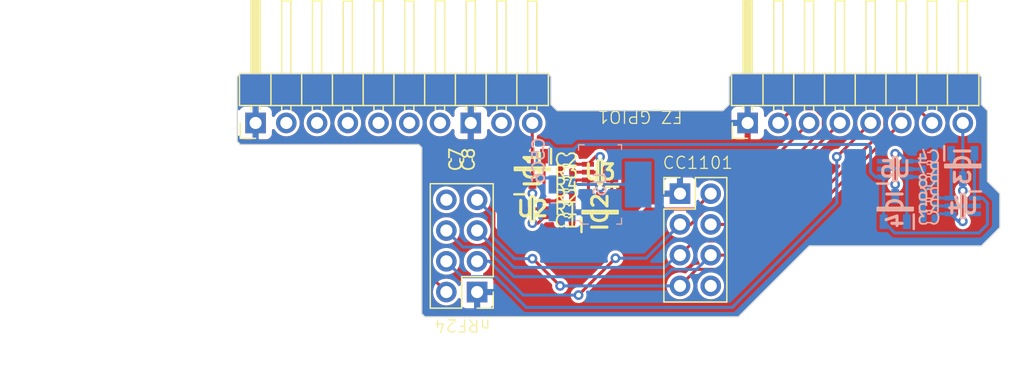
<source format=kicad_pcb>
(kicad_pcb (version 20221018) (generator pcbnew)
  (layers (0 "F.Cu" signal) (31 "B.Cu" signal) (34 "B.Paste" user) (35 "F.Paste" user) (36 "B.SilkS" user "B.Silkscreen") (37 "F.SilkS" user "F.Silkscreen") (38 "B.Mask" user) (39 "F.Mask" user) (44 "Edge.Cuts" user))
  (net 0 "")
  (net 1 "/Power Supply/+3v3 IN")
  (net 2 "GND")
  (net 3 "/Power Supply/+3v3 LDO")
  (net 4 "/Power Supply/+5v IN")
  (net 5 "/Power Supply/+5v USB")
  (net 6 "Net-(IC1-G)")
  (net 7 "Net-(IC2-G)")
  (net 8 "Net-(IC3-G)")
  (net 9 "Net-(IC4-G)")
  (net 10 "Net-(U2-B1)")
  (net 11 "Net-(U3-B1)")
  (net 12 "Net-(U4-B1)")
  (net 13 "Net-(U5-B1)")
  (net 14 "/FlipperZero_GPIO/LPUART1_RX")
  (net 15 "/FlipperZero_GPIO/LPUART1_TX")
  (net 16 "/SPI Modules/CE")
  (net 17 "/SPI Modules/CS1")
  (net 18 "/SPI Modules/SCK")
  (net 19 "/SPI Modules/MOSI")
  (net 20 "/SPI Modules/MISO")
  (net 22 "/SPI Modules/CS0")
  (net 23 "/FlipperZero_GPIO/SWCLK")
  (net 24 "/FlipperZero_GPIO/SWDIO")
  (net 25 "/FlipperZero_GPIO/USART1_TX")
  (net 26 "/FlipperZero_GPIO/USART1_RX")
  (net 29 "Net-(IC2-S)")
  (net 30 "/+3v3")
  (net 31 "/+5v")
  (footprint "Project_Library:CC1101" (layer "F.Cu") (at 126.492 56.642 180)
    (fp_text reference "CC1101" (at -1.471 2.549 unlocked) (layer "F.SilkS") (effects (font (thickness 0.1))))
    (fp_text value "~" hide)
    (pad "1" thru_hole rect (at 0 0 180) (size 1.7 1.7) (drill 1) (layers "*.Cu" "*.Mask") (net 2 "GND"))
    (pad "2" thru_hole oval (at -2.54 0 180) (size 1.7 1.7) (drill 1) (layers "*.Cu" "*.Mask") (net 30 "/+3v3"))
    (pad "3" thru_hole oval (at 0 -2.54 180) (size 1.7 1.7) (drill 1) (layers "*.Cu" "*.Mask") (net 16 "/SPI Modules/CE"))
    (pad "4" thru_hole oval (at -2.54 -2.54 180) (size 1.7 1.7) (drill 1) (layers "*.Cu" "*.Mask") (net 17 "/SPI Modules/CS1"))
    (pad "5" thru_hole oval (at 0 -5.08 180) (size 1.7 1.7) (drill 1) (layers "*.Cu" "*.Mask") (net 18 "/SPI Modules/SCK"))
    (pad "6" thru_hole oval (at -2.54 -5.08 180) (size 1.7 1.7) (drill 1) (layers "*.Cu" "*.Mask") (net 19 "/SPI Modules/MOSI"))
    (pad "7" thru_hole oval (at 0 -7.62 180) (size 1.7 1.7) (drill 1) (layers "*.Cu" "*.Mask") (net 20 "/SPI Modules/MISO"))
    (pad "8" thru_hole oval (at -2.54 -7.62 180) (size 1.7 1.7) (drill 1) (layers "*.Cu" "*.Mask"))
  )
  (footprint "Capacitor_SMD:C_0402_1005Metric" (layer "F.Cu") (at 117.094 58.909)
    (fp_text reference "C1" (at 0 0) (layer "F.SilkS"))
    (fp_text value "100nF")
    (pad "1" smd roundrect (at -0.48 0) (size 0.56 0.62) (layers "F.Cu" "F.Paste" "F.Mask") (net 1 "/Power Supply/+3v3 IN"))
    (pad "2" smd roundrect (at 0.48 0) (size 0.56 0.62) (layers "F.Cu" "F.Paste" "F.Mask") (net 2 "GND"))
  )
  (footprint "MouserElectronics:SOT96P240X120-3N" (layer "F.Cu") (at 119.888 58.166 90)
    (fp_text reference "IC2" (at 0 0 90) (layer "F.SilkS") (effects (font (size 1.27 1.27) (thickness 0.254))))
    (fp_text value "DMP1045U-7" hide)
    (pad "1" smd rect (at -1.05 -0.96 180) (size 0.65 1.2) (layers "F.Cu" "F.Paste" "F.Mask") (net 7 "Net-(IC2-G)"))
    (pad "2" smd rect (at -1.05 0.96 180) (size 0.65 1.2) (layers "F.Cu" "F.Paste" "F.Mask") (net 29 "Net-(IC2-S)"))
    (pad "3" smd rect (at 1.05 0 180) (size 0.65 1.2) (layers "F.Cu" "F.Paste" "F.Mask") (net 3 "/Power Supply/+3v3 LDO"))
  )
  (footprint "Project_Library:nRF24" (layer "F.Cu") (at 109.728 64.77)
    (fp_text reference "nRF24" (at -1.217 2.76 180 unlocked) (layer "F.SilkS") (effects (font (thickness 0.1))))
    (fp_text value "~" hide)
    (pad "1" thru_hole rect (at 0 0) (size 1.7 1.7) (drill 1) (layers "*.Cu" "*.Mask") (net 2 "GND"))
    (pad "2" thru_hole oval (at -2.54 0) (size 1.7 1.7) (drill 1) (layers "*.Cu" "*.Mask") (net 30 "/+3v3"))
    (pad "3" thru_hole oval (at 0 -2.54) (size 1.7 1.7) (drill 1) (layers "*.Cu" "*.Mask") (net 16 "/SPI Modules/CE"))
    (pad "4" thru_hole oval (at -2.54 -2.54) (size 1.7 1.7) (drill 1) (layers "*.Cu" "*.Mask") (net 22 "/SPI Modules/CS0"))
    (pad "5" thru_hole oval (at 0 -5.08) (size 1.7 1.7) (drill 1) (layers "*.Cu" "*.Mask") (net 18 "/SPI Modules/SCK"))
    (pad "6" thru_hole oval (at -2.54 -5.08) (size 1.7 1.7) (drill 1) (layers "*.Cu" "*.Mask") (net 19 "/SPI Modules/MOSI"))
    (pad "7" thru_hole oval (at 0 -7.62) (size 1.7 1.7) (drill 1) (layers "*.Cu" "*.Mask") (net 20 "/SPI Modules/MISO"))
    (pad "8" thru_hole oval (at -2.54 -7.62) (size 1.7 1.7) (drill 1) (layers "*.Cu" "*.Mask"))
  )
  (footprint "MouserElectronics:SOT96P240X120-3N" (layer "F.Cu") (at 114.3 54.591 -90)
    (fp_text reference "IC1" (at 0 0 90) (layer "F.SilkS") (effects (font (size 1.27 1.27) (thickness 0.254))))
    (fp_text value "DMP1045U-7" hide)
    (pad "1" smd rect (at -1.05 -0.96) (size 0.65 1.2) (layers "F.Cu" "F.Paste" "F.Mask") (net 6 "Net-(IC1-G)"))
    (pad "2" smd rect (at -1.05 0.96) (size 0.65 1.2) (layers "F.Cu" "F.Paste" "F.Mask") (net 30 "/+3v3"))
    (pad "3" smd rect (at 1.05 0) (size 0.65 1.2) (layers "F.Cu" "F.Paste" "F.Mask") (net 1 "/Power Supply/+3v3 IN"))
  )
  (footprint "Resistor_SMD:R_0402_1005Metric" (layer "F.Cu") (at 117.094 54.864 180)
    (fp_text reference "R3" (at 0 0) (layer "F.SilkS"))
    (fp_text value "100k")
    (pad "1" smd roundrect (at -0.51 0 180) (size 0.54 0.64) (layers "F.Cu" "F.Paste" "F.Mask") (net 11 "Net-(U3-B1)"))
    (pad "2" smd roundrect (at 0.51 0 180) (size 0.54 0.64) (layers "F.Cu" "F.Paste" "F.Mask") (net 2 "GND"))
  )
  (footprint "Capacitor_SMD:C_0402_1005Metric" (layer "F.Cu") (at 117.094 53.848 180)
    (fp_text reference "C2" (at 0 0) (layer "F.SilkS"))
    (fp_text value "100nF")
    (pad "1" smd roundrect (at -0.48 0 180) (size 0.56 0.62) (layers "F.Cu" "F.Paste" "F.Mask") (net 3 "/Power Supply/+3v3 LDO"))
    (pad "2" smd roundrect (at 0.48 0 180) (size 0.56 0.62) (layers "F.Cu" "F.Paste" "F.Mask") (net 2 "GND"))
  )
  (footprint "MouserElectronics:SOT65P210X110-6N" (layer "F.Cu") (at 119.888 54.864 180)
    (fp_text reference "U3" (at 0 0 180) (layer "F.SilkS") (effects (font (size 1.27 1.27) (thickness 0.254))))
    (fp_text value "MMDT2907A-7-F" hide)
    (pad "1" smd rect (at -1 -0.65 270) (size 0.4 1) (layers "F.Cu" "F.Paste" "F.Mask") (net 29 "Net-(IC2-S)"))
    (pad "2" smd rect (at -1 0 270) (size 0.4 1) (layers "F.Cu" "F.Paste" "F.Mask") (net 11 "Net-(U3-B1)"))
    (pad "3" smd rect (at -1 0.65 270) (size 0.4 1) (layers "F.Cu" "F.Paste" "F.Mask") (net 11 "Net-(U3-B1)"))
    (pad "4" smd rect (at 1 0.65 270) (size 0.4 1) (layers "F.Cu" "F.Paste" "F.Mask") (net 3 "/Power Supply/+3v3 LDO"))
    (pad "5" smd rect (at 1 0 270) (size 0.4 1) (layers "F.Cu" "F.Paste" "F.Mask") (net 11 "Net-(U3-B1)"))
    (pad "6" smd rect (at 1 -0.65 270) (size 0.4 1) (layers "F.Cu" "F.Paste" "F.Mask") (net 7 "Net-(IC2-G)"))
  )
  (footprint "Capacitor_SMD:C_0402_1005Metric" (layer "F.Cu") (at 107.95 53.848 90)
    (fp_text reference "C7" (at 0.028 0 90) (layer "F.SilkS"))
    (fp_text value "22uF")
    (pad "1" smd roundrect (at -0.48 0 90) (size 0.56 0.62) (layers "F.Cu" "F.Paste" "F.Mask") (net 30 "/+3v3"))
    (pad "2" smd roundrect (at 0.48 0 90) (size 0.56 0.62) (layers "F.Cu" "F.Paste" "F.Mask") (net 2 "GND"))
  )
  (footprint "MouserElectronics:SOT65P210X110-6N" (layer "F.Cu") (at 114.3 57.893)
    (fp_text reference "U2" (at 0 0) (layer "F.SilkS") (effects (font (size 1.27 1.27) (thickness 0.254))))
    (fp_text value "MMDT2907A-7-F" hide)
    (pad "1" smd rect (at -1 -0.65 90) (size 0.4 1) (layers "F.Cu" "F.Paste" "F.Mask") (net 30 "/+3v3"))
    (pad "2" smd rect (at -1 0 90) (size 0.4 1) (layers "F.Cu" "F.Paste" "F.Mask") (net 10 "Net-(U2-B1)"))
    (pad "3" smd rect (at -1 0.65 90) (size 0.4 1) (layers "F.Cu" "F.Paste" "F.Mask") (net 10 "Net-(U2-B1)"))
    (pad "4" smd rect (at 1 0.65 90) (size 0.4 1) (layers "F.Cu" "F.Paste" "F.Mask") (net 1 "/Power Supply/+3v3 IN"))
    (pad "5" smd rect (at 1 0 90) (size 0.4 1) (layers "F.Cu" "F.Paste" "F.Mask") (net 10 "Net-(U2-B1)"))
    (pad "6" smd rect (at 1 -0.65 90) (size 0.4 1) (layers "F.Cu" "F.Paste" "F.Mask") (net 6 "Net-(IC1-G)"))
  )
  (footprint "Capacitor_SMD:C_0402_1005Metric" (layer "F.Cu") (at 108.966 53.848 90)
    (fp_text reference "C8" (at 0.028 0.062 90) (layer "F.SilkS"))
    (fp_text value "100nF")
    (pad "1" smd roundrect (at -0.48 0 90) (size 0.56 0.62) (layers "F.Cu" "F.Paste" "F.Mask") (net 30 "/+3v3"))
    (pad "2" smd roundrect (at 0.48 0 90) (size 0.56 0.62) (layers "F.Cu" "F.Paste" "F.Mask") (net 2 "GND"))
  )
  (footprint "Resistor_SMD:R_0402_1005Metric" (layer "F.Cu") (at 117.094 55.88 180)
    (fp_text reference "R4" (at 0 0) (layer "F.SilkS"))
    (fp_text value "100k")
    (pad "1" smd roundrect (at -0.51 0 180) (size 0.54 0.64) (layers "F.Cu" "F.Paste" "F.Mask") (net 7 "Net-(IC2-G)"))
    (pad "2" smd roundrect (at 0.51 0 180) (size 0.54 0.64) (layers "F.Cu" "F.Paste" "F.Mask") (net 2 "GND"))
  )
  (footprint "Resistor_SMD:R_0402_1005Metric" (layer "F.Cu") (at 117.094 56.877)
    (fp_text reference "R2" (at 0 0) (layer "F.SilkS"))
    (fp_text value "100k")
    (pad "1" smd roundrect (at -0.51 0) (size 0.54 0.64) (layers "F.Cu" "F.Paste" "F.Mask") (net 6 "Net-(IC1-G)"))
    (pad "2" smd roundrect (at 0.51 0) (size 0.54 0.64) (layers "F.Cu" "F.Paste" "F.Mask") (net 2 "GND"))
  )
  (footprint "Resistor_SMD:R_0402_1005Metric" (layer "F.Cu") (at 117.094 57.893)
    (fp_text reference "R1" (at 0 0) (layer "F.SilkS"))
    (fp_text value "100k")
    (pad "1" smd roundrect (at -0.51 0) (size 0.54 0.64) (layers "F.Cu" "F.Paste" "F.Mask") (net 10 "Net-(U2-B1)"))
    (pad "2" smd roundrect (at 0.51 0) (size 0.54 0.64) (layers "F.Cu" "F.Paste" "F.Mask") (net 2 "GND"))
  )
  (footprint "Project_Library:FZ_GPIO" (layer "F.Cu") (at 149.86 50.8)
    (fp_text reference "FZ_GPIO1" (at -26.67 -0.508 180 unlocked) (layer "F.SilkS") (effects (font (thickness 0.1))))
    (fp_text value "~" hide)
    (pad "1" thru_hole oval (at 0 0 90) (size 1.7 1.7) (drill 1) (layers "*.Cu" "*.Mask") (net 4 "/Power Supply/+5v IN"))
    (pad "2" thru_hole oval (at -2.54 0 90) (size 1.7 1.7) (drill 1) (layers "*.Cu" "*.Mask") (net 19 "/SPI Modules/MOSI"))
    (pad "3" thru_hole oval (at -5.08 0 90) (size 1.7 1.7) (drill 1) (layers "*.Cu" "*.Mask") (net 20 "/SPI Modules/MISO"))
    (pad "4" thru_hole oval (at -7.62 0 90) (size 1.7 1.7) (drill 1) (layers "*.Cu" "*.Mask") (net 22 "/SPI Modules/CS0"))
    (pad "5" thru_hole oval (at -10.16 0 90) (size 1.7 1.7) (drill 1) (layers "*.Cu" "*.Mask") (net 18 "/SPI Modules/SCK"))
    (pad "6" thru_hole oval (at -12.7 0 90) (size 1.7 1.7) (drill 1) (layers "*.Cu" "*.Mask") (net 16 "/SPI Modules/CE"))
    (pad "7" thru_hole oval (at -15.24 0 90) (size 1.7 1.7) (drill 1) (layers "*.Cu" "*.Mask") (net 17 "/SPI Modules/CS1"))
    (pad "8" thru_hole rect (at -17.78 0 90) (size 1.7 1.7) (drill 1) (layers "*.Cu" "*.Mask") (net 2 "GND"))
    (pad "9" thru_hole oval (at -35.575 0 90) (size 1.7 1.7) (drill 1) (layers "*.Cu" "*.Mask") (net 1 "/Power Supply/+3v3 IN"))
    (pad "10" thru_hole oval (at -38.115 0 90) (size 1.7 1.7) (drill 1) (layers "*.Cu" "*.Mask") (net 23 "/FlipperZero_GPIO/SWCLK"))
    (pad "11" thru_hole rect (at -40.655 0 90) (size 1.7 1.7) (drill 1) (layers "*.Cu" "*.Mask") (net 2 "GND"))
    (pad "12" thru_hole oval (at -43.195 0 90) (size 1.7 1.7) (drill 1) (layers "*.Cu" "*.Mask") (net 24 "/FlipperZero_GPIO/SWDIO"))
    (pad "13" thru_hole oval (at -45.735 0 90) (size 1.7 1.7) (drill 1) (layers "*.Cu" "*.Mask") (net 25 "/FlipperZero_GPIO/USART1_TX"))
    (pad "14" thru_hole oval (at -48.275 0 90) (size 1.7 1.7) (drill 1) (layers "*.Cu" "*.Mask") (net 26 "/FlipperZero_GPIO/USART1_RX"))
    (pad "15" thru_hole oval (at -50.815 0 90) (size 1.7 1.7) (drill 1) (layers "*.Cu" "*.Mask") (net 15 "/FlipperZero_GPIO/LPUART1_TX"))
    (pad "16" thru_hole oval (at -53.355 0 90) (size 1.7 1.7) (drill 1) (layers "*.Cu" "*.Mask") (net 14 "/FlipperZero_GPIO/LPUART1_RX"))
    (pad "17" thru_hole oval (at -55.895 0 90) (size 1.7 1.7) (drill 1) (layers "*.Cu" "*.Mask"))
    (pad "18" thru_hole rect (at -58.435 0 90) (size 1.7 1.7) (drill 1) (layers "*.Cu" "*.Mask") (net 2 "GND"))
  )
  (footprint "MouserElectronics:SOT65P210X110-6N" (layer "B.Cu") (at 144.272 54.61)
    (fp_text reference "U5" (at 0 0 180) (layer "B.SilkS") (effects (font (size 1.27 1.27) (thickness 0.254)) (justify mirror)))
    (fp_text value "MMDT2907A-7-F" hide)
    (pad "1" smd rect (at -1 0.65 270) (size 0.4 1) (layers "B.Cu" "B.Paste" "B.Mask") (net 31 "/+5v"))
    (pad "2" smd rect (at -1 0 270) (size 0.4 1) (layers "B.Cu" "B.Paste" "B.Mask") (net 13 "Net-(U5-B1)"))
    (pad "3" smd rect (at -1 -0.65 270) (size 0.4 1) (layers "B.Cu" "B.Paste" "B.Mask") (net 13 "Net-(U5-B1)"))
    (pad "4" smd rect (at 1 -0.65 270) (size 0.4 1) (layers "B.Cu" "B.Paste" "B.Mask") (net 5 "/Power Supply/+5v USB"))
    (pad "5" smd rect (at 1 0 270) (size 0.4 1) (layers "B.Cu" "B.Paste" "B.Mask") (net 13 "Net-(U5-B1)"))
    (pad "6" smd rect (at 1 0.65 270) (size 0.4 1) (layers "B.Cu" "B.Paste" "B.Mask") (net 9 "Net-(IC4-G)"))
  )
  (footprint "MouserElectronics:SOT65P210X110-6N" (layer "B.Cu") (at 149.86 57.658 180)
    (fp_text reference "U4" (at 0 0) (layer "B.SilkS") (effects (font (size 1.27 1.27) (thickness 0.254)) (justify mirror)))
    (fp_text value "MMDT2907A-7-F" hide)
    (pad "1" smd rect (at -1 0.65 90) (size 0.4 1) (layers "B.Cu" "B.Paste" "B.Mask") (net 31 "/+5v"))
    (pad "2" smd rect (at -1 0 90) (size 0.4 1) (layers "B.Cu" "B.Paste" "B.Mask") (net 12 "Net-(U4-B1)"))
    (pad "3" smd rect (at -1 -0.65 90) (size 0.4 1) (layers "B.Cu" "B.Paste" "B.Mask") (net 12 "Net-(U4-B1)"))
    (pad "4" smd rect (at 1 -0.65 90) (size 0.4 1) (layers "B.Cu" "B.Paste" "B.Mask") (net 4 "/Power Supply/+5v IN"))
    (pad "5" smd rect (at 1 0 90) (size 0.4 1) (layers "B.Cu" "B.Paste" "B.Mask") (net 12 "Net-(U4-B1)"))
    (pad "6" smd rect (at 1 0.65 90) (size 0.4 1) (layers "B.Cu" "B.Paste" "B.Mask") (net 8 "Net-(IC3-G)"))
  )
  (footprint "MouserElectronics:SOT96P240X120-3N" (layer "B.Cu") (at 149.86 54.356 -90)
    (fp_text reference "IC3" (at 0 0 90) (layer "B.SilkS") (effects (font (size 1.27 1.27) (thickness 0.254)) (justify mirror)))
    (fp_text value "DMP1045U-7" hide)
    (pad "1" smd rect (at -1.05 0.96 180) (size 0.65 1.2) (layers "B.Cu" "B.Paste" "B.Mask") (net 8 "Net-(IC3-G)"))
    (pad "2" smd rect (at -1.05 -0.96 180) (size 0.65 1.2) (layers "B.Cu" "B.Paste" "B.Mask") (net 31 "/+5v"))
    (pad "3" smd rect (at 1.05 0 180) (size 0.65 1.2) (layers "B.Cu" "B.Paste" "B.Mask") (net 4 "/Power Supply/+5v IN"))
  )
  (footprint "Capacitor_SMD:C_0402_1005Metric" (layer "B.Cu") (at 114.808 52.959 -90)
    (fp_text reference "C5" (at 0 0 -270) (layer "B.SilkS") (effects (justify mirror)))
    (fp_text value "10uF")
    (pad "1" smd roundrect (at -0.48 0 270) (size 0.56 0.62) (layers "B.Cu" "B.Paste" "B.Mask") (net 31 "/+5v"))
    (pad "2" smd roundrect (at 0.48 0 270) (size 0.56 0.62) (layers "B.Cu" "B.Paste" "B.Mask") (net 2 "GND"))
  )
  (footprint "Resistor_SMD:R_0402_1005Metric" (layer "B.Cu") (at 147.066 54.61)
    (fp_text reference "R7" (at 0.002 0 -360) (layer "B.SilkS") (effects (justify mirror)))
    (fp_text value "100k")
    (pad "1" smd roundrect (at -0.51 0) (size 0.54 0.64) (layers "B.Cu" "B.Paste" "B.Mask") (net 13 "Net-(U5-B1)"))
    (pad "2" smd roundrect (at 0.51 0) (size 0.54 0.64) (layers "B.Cu" "B.Paste" "B.Mask") (net 2 "GND"))
  )
  (footprint "MouserElectronics:SOT96P240X120-3N" (layer "B.Cu") (at 144.272 57.912 90)
    (fp_text reference "IC4" (at 0 0 270) (layer "B.SilkS") (effects (font (size 1.27 1.27) (thickness 0.254)) (justify mirror)))
    (fp_text value "DMP1045U-7" hide)
    (pad "1" smd rect (at -1.05 0.96) (size 0.65 1.2) (layers "B.Cu" "B.Paste" "B.Mask") (net 9 "Net-(IC4-G)"))
    (pad "2" smd rect (at -1.05 -0.96) (size 0.65 1.2) (layers "B.Cu" "B.Paste" "B.Mask") (net 31 "/+5v"))
    (pad "3" smd rect (at 1.05 0) (size 0.65 1.2) (layers "B.Cu" "B.Paste" "B.Mask") (net 5 "/Power Supply/+5v USB"))
  )
  (footprint "Resistor_SMD:R_0402_1005Metric" (layer "B.Cu") (at 147.066 56.642 180)
    (fp_text reference "R6" (at 0 -0.076) (layer "B.SilkS") (effects (justify mirror)))
    (fp_text value "100k")
    (pad "1" smd roundrect (at -0.51 0 180) (size 0.54 0.64) (layers "B.Cu" "B.Paste" "B.Mask") (net 8 "Net-(IC3-G)"))
    (pad "2" smd roundrect (at 0.51 0 180) (size 0.54 0.64) (layers "B.Cu" "B.Paste" "B.Mask") (net 2 "GND"))
  )
  (footprint "digikey-footprints:SOT-223" (layer "B.Cu") (at 119.888 55.88 90)
    (fp_text reference "U6" (at 0 0 90) (layer "B.SilkS") (effects (justify mirror)))
    (fp_text value "AZ1117CH-3_3TRG1")
    (pad "1" smd rect (at -2.3 -3.15 90) (size 1.5 2.2) (layers "B.Cu" "B.Paste" "B.Mask") (net 2 "GND"))
    (pad "2" smd rect (at 0 -3.15 90) (size 1.5 2.2) (layers "B.Cu" "B.Paste" "B.Mask") (net 3 "/Power Supply/+3v3 LDO"))
    (pad "3" smd rect (at 2.3 -3.15 90) (size 1.5 2.2) (layers "B.Cu" "B.Paste" "B.Mask") (net 31 "/+5v"))
    (pad "4" smd rect (at 0 3.15 90) (size 3.8 2.2) (layers "B.Cu" "B.Paste" "B.Mask") (net 3 "/Power Supply/+3v3 LDO"))
  )
  (footprint "Resistor_SMD:R_0402_1005Metric" (layer "B.Cu") (at 147.066 57.658 180)
    (fp_text reference "R5" (at 0 0) (layer "B.SilkS") (effects (justify mirror)))
    (fp_text value "100k")
    (pad "1" smd roundrect (at -0.51 0 180) (size 0.54 0.64) (layers "B.Cu" "B.Paste" "B.Mask") (net 12 "Net-(U4-B1)"))
    (pad "2" smd roundrect (at 0.51 0 180) (size 0.54 0.64) (layers "B.Cu" "B.Paste" "B.Mask") (net 2 "GND"))
  )
  (footprint "Capacitor_SMD:C_0402_1005Metric" (layer "B.Cu") (at 147.066 58.674 180)
    (fp_text reference "C3" (at 0 0) (layer "B.SilkS") (effects (justify mirror)))
    (fp_text value "100nF")
    (pad "1" smd roundrect (at -0.48 0 180) (size 0.56 0.62) (layers "B.Cu" "B.Paste" "B.Mask") (net 4 "/Power Supply/+5v IN"))
    (pad "2" smd roundrect (at 0.48 0 180) (size 0.56 0.62) (layers "B.Cu" "B.Paste" "B.Mask") (net 2 "GND"))
  )
  (footprint "Resistor_SMD:R_0402_1005Metric" (layer "B.Cu") (at 147.066 55.626)
    (fp_text reference "R8" (at 0.002 0 -360) (layer "B.SilkS") (effects (justify mirror)))
    (fp_text value "100k")
    (pad "1" smd roundrect (at -0.51 0) (size 0.54 0.64) (layers "B.Cu" "B.Paste" "B.Mask") (net 9 "Net-(IC4-G)"))
    (pad "2" smd roundrect (at 0.51 0) (size 0.54 0.64) (layers "B.Cu" "B.Paste" "B.Mask") (net 2 "GND"))
  )
  (footprint "Capacitor_SMD:C_0402_1005Metric" (layer "B.Cu") (at 147.066 53.594)
    (fp_text reference "C4" (at -0.028 0 -360) (layer "B.SilkS") (effects (justify mirror)))
    (fp_text value "100nF")
    (pad "1" smd roundrect (at -0.48 0) (size 0.56 0.62) (layers "B.Cu" "B.Paste" "B.Mask") (net 5 "/Power Supply/+5v USB"))
    (pad "2" smd roundrect (at 0.48 0) (size 0.56 0.62) (layers "B.Cu" "B.Paste" "B.Mask") (net 2 "GND"))
  )
  (footprint "Capacitor_SMD:C_0402_1005Metric" (layer "B.Cu") (at 114.808 54.864 90)
    (fp_text reference "C6" (at 0 0 90) (layer "B.SilkS") (effects (justify mirror)))
    (fp_text value "22uF")
    (pad "1" smd roundrect (at -0.48 0 90) (size 0.56 0.62) (layers "B.Cu" "B.Paste" "B.Mask") (net 3 "/Power Supply/+3v3 LDO"))
    (pad "2" smd roundrect (at 0.48 0 90) (size 0.56 0.62) (layers "B.Cu" "B.Paste" "B.Mask") (net 2 "GND"))
  )
  (gr_poly (pts (xy 90.17 46.736) (xy 89.916 46.99) (xy 89.916 52.324) (xy 90.17 52.578) (xy 104.902 52.578) (xy 105.156 52.832) (xy 105.156 66.548) (xy 105.41 66.802) (xy 131.318 66.802) (xy 137.16 60.96) (xy 151.384 60.96) (xy 152.908 59.436) (xy 152.908 56.642) (xy 151.892 55.626) (xy 151.892 49.784) (xy 151.384 49.276) (xy 151.384 46.99) (xy 151.13 46.736) (xy 130.81 46.736) (xy 130.556 46.99) (xy 130.556 49.276) (xy 130.048 49.784) (xy 116.332 49.784) (xy 115.824 49.276) (xy 115.824 46.99) (xy 115.57 46.736)) (stroke (width 0.1)) (fill none) (layer "Edge.Cuts"))
  (segment (start 114.296943 59.078335) (end 114.764665 59.078335) (width 0.25) (layer "F.Cu") (net 1))
  (segment (start 114.764665 59.078335) (end 115.3 58.543) (width 0.25) (layer "F.Cu") (net 1))
  (segment (start 114.285 50.8) (end 114.285 55.391) (width 0.25) (layer "F.Cu") (net 1))
  (segment (start 114.285 55.391) (end 114.3 55.406) (width 0.25) (layer "F.Cu") (net 1))
  (segment (start 115.3 58.543) (end 116.248 58.543) (width 0.25) (layer "F.Cu") (net 1))
  (segment (start 116.248 58.543) (end 116.614 58.909) (width 0.25) (layer "F.Cu") (net 1))
  (segment (start 114.3 55.641) (end 114.3 56.623) (width 0.25) (layer "F.Cu") (net 1))
  (via (at 114.3 56.623) (size 0.8) (drill 0.4) (layers "F.Cu" "B.Cu") (net 1))
  (via (at 114.296943 59.078335) (size 0.8) (drill 0.4) (layers "F.Cu" "B.Cu") (net 1))
  (segment (start 114.3 59.075278) (end 114.296943 59.078335) (width 0.25) (layer "B.Cu") (net 1))
  (segment (start 114.3 56.623) (end 114.3 59.075278) (width 0.25) (layer "B.Cu") (net 1))
  (segment (start 116.584 53.624) (end 116.614 53.594) (width 0.25) (layer "F.Cu") (net 2))
  (segment (start 117.574 58.909) (end 117.574 56.820538) (width 0.25) (layer "F.Cu") (net 2))
  (segment (start 117.574 56.820538) (end 116.614 55.860538) (width 0.25) (layer "F.Cu") (net 2))
  (segment (start 116.614 55.860538) (end 116.614 53.848) (width 0.25) (layer "F.Cu") (net 2))
  (segment (start 147.546 55.596) (end 147.576 55.626) (width 0.25) (layer "B.Cu") (net 2))
  (segment (start 146.586 58.674) (end 146.586 56.566538) (width 0.25) (layer "B.Cu") (net 2))
  (segment (start 146.556 58.644) (end 146.586 58.674) (width 0.25) (layer "B.Cu") (net 2))
  (segment (start 146.586 56.566538) (end 147.546 55.606538) (width 0.25) (layer "B.Cu") (net 2))
  (segment (start 146.556 56.642) (end 146.56 56.642) (width 0.25) (layer "B.Cu") (net 2))
  (segment (start 147.546 55.606538) (end 147.546 53.594) (width 0.25) (layer "B.Cu") (net 2))
  (segment (start 116.738 60.858) (end 116.84 60.96) (width 0.25) (layer "B.Cu") (net 2))
  (segment (start 119.508 53.594) (end 118.888 54.214) (width 0.25) (layer "F.Cu") (net 3))
  (segment (start 117.94 54.214) (end 117.574 53.848) (width 0.25) (layer "F.Cu") (net 3))
  (segment (start 119.888 57.116) (end 119.888 56.134) (width 0.25) (layer "F.Cu") (net 3))
  (segment (start 119.888 53.594) (end 119.508 53.594) (width 0.25) (layer "F.Cu") (net 3))
  (segment (start 118.888 54.214) (end 117.94 54.214) (width 0.25) (layer "F.Cu") (net 3))
  (via (at 119.888 56.134) (size 0.8) (drill 0.4) (layers "F.Cu" "B.Cu") (net 3))
  (via (at 119.888 53.594) (size 0.8) (drill 0.4) (layers "F.Cu" "B.Cu") (net 3))
  (segment (start 116.738 55.88) (end 119.888 55.88) (width 0.25) (layer "B.Cu") (net 3))
  (segment (start 114.808 55.344) (end 116.202 55.344) (width 0.25) (layer "B.Cu") (net 3))
  (segment (start 116.202 55.344) (end 116.738 55.88) (width 0.25) (layer "B.Cu") (net 3))
  (segment (start 123.038 55.88) (end 119.888 55.88) (width 0.25) (layer "B.Cu") (net 3))
  (segment (start 119.888 56.134) (end 119.888 53.594) (width 0.25) (layer "B.Cu") (net 3))
  (segment (start 149.86 56.388) (end 149.86 58.928) (width 0.25) (layer "F.Cu") (net 4))
  (via (at 149.86 58.928) (size 0.8) (drill 0.4) (layers "F.Cu" "B.Cu") (net 4))
  (via (at 149.86 56.388) (size 0.8) (drill 0.4) (layers "F.Cu" "B.Cu") (net 4))
  (segment (start 148.86 58.308) (end 147.912 58.308) (width 0.25) (layer "B.Cu") (net 4))
  (segment (start 149.86 55.406) (end 149.86 50.8) (width 0.25) (layer "B.Cu") (net 4))
  (segment (start 149.48 58.928) (end 148.86 58.308) (width 0.25) (layer "B.Cu") (net 4))
  (segment (start 149.86 58.928) (end 149.48 58.928) (width 0.25) (layer "B.Cu") (net 4))
  (segment (start 149.86 55.406) (end 149.86 56.388) (width 0.25) (layer "B.Cu") (net 4))
  (segment (start 147.912 58.308) (end 147.546 58.674) (width 0.25) (layer "B.Cu") (net 4))
  (segment (start 144.272 55.88) (end 144.272 53.34) (width 0.25) (layer "F.Cu") (net 5))
  (via (at 144.272 55.88) (size 0.8) (drill 0.4) (layers "F.Cu" "B.Cu") (net 5))
  (via (at 144.272 53.34) (size 0.8) (drill 0.4) (layers "F.Cu" "B.Cu") (net 5))
  (segment (start 144.272 56.862) (end 144.272 55.88) (width 0.25) (layer "B.Cu") (net 5))
  (segment (start 144.272 53.34) (end 144.652 53.34) (width 0.25) (layer "B.Cu") (net 5))
  (segment (start 146.22 53.96) (end 146.586 53.594) (width 0.25) (layer "B.Cu") (net 5))
  (segment (start 144.652 53.34) (end 145.272 53.96) (width 0.25) (layer "B.Cu") (net 5))
  (segment (start 145.272 53.96) (end 146.22 53.96) (width 0.25) (layer "B.Cu") (net 5))
  (segment (start 115.26 53.541) (end 115.26 57.203) (width 0.25) (layer "F.Cu") (net 6))
  (segment (start 115.26 57.203) (end 115.3 57.243) (width 0.25) (layer "F.Cu") (net 6))
  (segment (start 115.3 57.243) (end 116.218 57.243) (width 0.25) (layer "F.Cu") (net 6))
  (segment (start 116.218 57.243) (end 116.584 56.877) (width 0.25) (layer "F.Cu") (net 6))
  (segment (start 118.928 55.554) (end 118.888 55.514) (width 0.25) (layer "F.Cu") (net 7))
  (segment (start 118.928 59.216) (end 118.928 55.554) (width 0.25) (layer "F.Cu") (net 7))
  (segment (start 118.888 55.514) (end 117.97 55.514) (width 0.25) (layer "F.Cu") (net 7))
  (segment (start 117.97 55.514) (end 117.604 55.88) (width 0.25) (layer "F.Cu") (net 7))
  (segment (start 148.86 57.008) (end 147.942 57.008) (width 0.25) (layer "B.Cu") (net 8))
  (segment (start 148.9 56.968) (end 148.86 57.008) (width 0.25) (layer "B.Cu") (net 8))
  (segment (start 148.9 53.306) (end 148.9 56.968) (width 0.25) (layer "B.Cu") (net 8))
  (segment (start 147.942 57.008) (end 147.576 56.642) (width 0.25) (layer "B.Cu") (net 8))
  (segment (start 145.232 58.962) (end 145.232 55.3) (width 0.25) (layer "B.Cu") (net 9))
  (segment (start 145.232 55.3) (end 145.272 55.26) (width 0.25) (layer "B.Cu") (net 9))
  (segment (start 145.272 55.26) (end 146.19 55.26) (width 0.25) (layer "B.Cu") (net 9))
  (segment (start 146.19 55.26) (end 146.556 55.626) (width 0.25) (layer "B.Cu") (net 9))
  (segment (start 114.3 57.893) (end 113.3 57.893) (width 0.25) (layer "F.Cu") (net 10))
  (segment (start 115.3 57.893) (end 114.3 57.893) (width 0.25) (layer "F.Cu") (net 10))
  (segment (start 115.3 57.893) (end 116.584 57.893) (width 0.25) (layer "F.Cu") (net 10))
  (segment (start 113.3 58.543) (end 113.65 58.543) (width 0.25) (layer "F.Cu") (net 10))
  (segment (start 113.65 58.543) (end 114.3 57.893) (width 0.25) (layer "F.Cu") (net 10))
  (segment (start 120.538 54.214) (end 119.888 54.864) (width 0.25) (layer "F.Cu") (net 11))
  (segment (start 119.888 54.864) (end 120.888 54.864) (width 0.25) (layer "F.Cu") (net 11))
  (segment (start 118.888 54.864) (end 119.888 54.864) (width 0.25) (layer "F.Cu") (net 11))
  (segment (start 118.888 54.864) (end 117.604 54.864) (width 0.25) (layer "F.Cu") (net 11))
  (segment (start 148.86 57.658) (end 147.576 57.658) (width 0.25) (layer "B.Cu") (net 12))
  (segment (start 150.86 58.308) (end 150.51 58.308) (width 0.25) (layer "B.Cu") (net 12))
  (segment (start 149.86 57.658) (end 150.86 57.658) (width 0.25) (layer "B.Cu") (net 12))
  (segment (start 148.86 57.658) (end 149.86 57.658) (width 0.25) (layer "B.Cu") (net 12))
  (segment (start 150.51 58.308) (end 149.86 57.658) (width 0.25) (layer "B.Cu") (net 12))
  (segment (start 143.622 53.96) (end 144.272 54.61) (width 0.25) (layer "B.Cu") (net 13))
  (segment (start 145.272 54.61) (end 146.556 54.61) (width 0.25) (layer "B.Cu") (net 13))
  (segment (start 145.272 54.61) (end 144.272 54.61) (width 0.25) (layer "B.Cu") (net 13))
  (segment (start 143.272 53.96) (end 143.622 53.96) (width 0.25) (layer "B.Cu") (net 13))
  (segment (start 144.272 54.61) (end 143.272 54.61) (width 0.25) (layer "B.Cu") (net 13))
  (segment (start 128.640299 57.912) (end 130.048 57.912) (width 0.25) (layer "F.Cu") (net 16))
  (segment (start 121.158 61.976) (end 118.11 65.024) (width 0.25) (layer "F.Cu") (net 16))
  (segment (start 130.048 57.912) (end 137.16 50.8) (width 0.25) (layer "F.Cu") (net 16))
  (segment (start 126.492 59.182) (end 127.370299 59.182) (width 0.25) (layer "F.Cu") (net 16))
  (segment (start 127.370299 59.182) (end 128.640299 57.912) (width 0.25) (layer "F.Cu") (net 16))
  (via (at 121.158 61.976) (size 0.8) (drill 0.4) (layers "F.Cu" "B.Cu") (net 16))
  (via (at 118.11 65.024) (size 0.8) (drill 0.4) (layers "F.Cu" "B.Cu") (net 16))
  (segment (start 113.538 65.024) (end 110.744 62.23) (width 0.25) (layer "B.Cu") (net 16))
  (segment (start 110.744 62.23) (end 109.728 62.23) (width 0.25) (layer "B.Cu") (net 16))
  (segment (start 126.492 59.182) (end 123.698 61.976) (width 0.25) (layer "B.Cu") (net 16))
  (segment (start 122.682 61.976) (end 121.158 61.976) (width 0.25) (layer "B.Cu") (net 16))
  (segment (start 118.11 65.024) (end 113.538 65.024) (width 0.25) (layer "B.Cu") (net 16))
  (segment (start 123.698 61.976) (end 122.682 61.976) (width 0.25) (layer "B.Cu") (net 16))
  (segment (start 130.439701 59.182) (end 138.335 51.286701) (width 0.25) (layer "F.Cu") (net 17))
  (segment (start 129.032 59.182) (end 130.439701 59.182) (width 0.25) (layer "F.Cu") (net 17))
  (segment (start 135.795 49.625) (end 134.62 50.8) (width 0.25) (layer "F.Cu") (net 17))
  (segment (start 138.335 50.313299) (end 137.646701 49.625) (width 0.25) (layer "F.Cu") (net 17))
  (segment (start 138.335 51.286701) (end 138.335 50.313299) (width 0.25) (layer "F.Cu") (net 17))
  (segment (start 137.646701 49.625) (end 135.795 49.625) (width 0.25) (layer "F.Cu") (net 17))
  (segment (start 127.667 60.547) (end 129.953 60.547) (width 0.25) (layer "F.Cu") (net 18))
  (segment (start 126.492 61.722) (end 127.667 60.547) (width 0.25) (layer "F.Cu") (net 18))
  (segment (start 129.953 60.547) (end 139.7 50.8) (width 0.25) (layer "F.Cu") (net 18))
  (segment (start 126.492 61.722) (end 126.238 61.722) (width 0.25) (layer "B.Cu") (net 18))
  (segment (start 126.238 61.722) (end 125.222 62.738) (width 0.25) (layer "B.Cu") (net 18))
  (segment (start 125.222 62.738) (end 112.776 62.738) (width 0.25) (layer "B.Cu") (net 18))
  (segment (start 112.776 62.738) (end 109.728 59.69) (width 0.25) (layer "B.Cu") (net 18))
  (segment (start 132.979701 61.722) (end 143.415 51.286701) (width 0.25) (layer "F.Cu") (net 19))
  (segment (start 143.415 50.503299) (end 144.293299 49.625) (width 0.25) (layer "F.Cu") (net 19))
  (segment (start 143.415 51.286701) (end 143.415 50.503299) (width 0.25) (layer "F.Cu") (net 19))
  (segment (start 146.145 49.625) (end 147.32 50.8) (width 0.25) (layer "F.Cu") (net 19))
  (segment (start 129.032 61.722) (end 132.979701 61.722) (width 0.25) (layer "F.Cu") (net 19))
  (segment (start 144.293299 49.625) (end 146.145 49.625) (width 0.25) (layer "F.Cu") (net 19))
  (segment (start 112.776 63.5) (end 110.331 61.055) (width 0.25) (layer "B.Cu") (net 19))
  (segment (start 125.222 63.5) (end 112.776 63.5) (width 0.25) (layer "B.Cu") (net 19))
  (segment (start 110.331 61.055) (end 108.553 61.055) (width 0.25) (layer "B.Cu") (net 19))
  (segment (start 125.825 62.897) (end 125.222 63.5) (width 0.25) (layer "B.Cu") (net 19))
  (segment (start 127.857 62.897) (end 125.825 62.897) (width 0.25) (layer "B.Cu") (net 19))
  (segment (start 108.553 61.055) (end 107.188 59.69) (width 0.25) (layer "B.Cu") (net 19))
  (segment (start 129.032 61.722) (end 127.857 62.897) (width 0.25) (layer "B.Cu") (net 19))
  (segment (start 114.3 62.0135) (end 114.3375 62.0135) (width 0.25) (layer "F.Cu") (net 20))
  (segment (start 132.683 62.897) (end 144.78 50.8) (width 0.25) (layer "F.Cu") (net 20))
  (segment (start 127.857 62.897) (end 132.683 62.897) (width 0.25) (layer "F.Cu") (net 20))
  (segment (start 126.492 64.262) (end 127.857 62.897) (width 0.25) (layer "F.Cu") (net 20))
  (segment (start 114.3375 62.0135) (end 116.586 64.262) (width 0.25) (layer "F.Cu") (net 20))
  (via (at 114.3 62.0135) (size 0.8) (drill 0.4) (layers "F.Cu" "B.Cu") (net 20))
  (via (at 116.586 64.262) (size 0.8) (drill 0.4) (layers "F.Cu" "B.Cu") (net 20))
  (segment (start 116.586 64.262) (end 126.492 64.262) (width 0.25) (layer "B.Cu") (net 20))
  (segment (start 110.998 58.42) (end 110.998 60.198) (width 0.25) (layer "B.Cu") (net 20))
  (segment (start 112.8135 62.0135) (end 114.3 62.0135) (width 0.25) (layer "B.Cu") (net 20))
  (segment (start 109.728 57.15) (end 110.998 58.42) (width 0.25) (layer "B.Cu") (net 20))
  (segment (start 110.998 60.198) (end 112.268 61.468) (width 0.25) (layer "B.Cu") (net 20))
  (segment (start 112.268 61.468) (end 112.8135 62.0135) (width 0.25) (layer "B.Cu") (net 20))
  (segment (start 139.446 53.594) (end 142.24 50.8) (width 0.25) (layer "F.Cu") (net 22))
  (via (at 139.446 53.594) (size 0.8) (drill 0.4) (layers "F.Cu" "B.Cu") (net 22))
  (segment (start 139.446 53.594) (end 139.446 57.404) (width 0.25) (layer "B.Cu") (net 22))
  (segment (start 130.81 66.04) (end 113.792 66.04) (width 0.25) (layer "B.Cu") (net 22))
  (segment (start 113.792 66.04) (end 111.252 63.5) (width 0.25) (layer "B.Cu") (net 22))
  (segment (start 108.458 63.5) (end 107.188 62.23) (width 0.25) (layer "B.Cu") (net 22))
  (segment (start 139.446 57.404) (end 130.81 66.04) (width 0.25) (layer "B.Cu") (net 22))
  (segment (start 111.252 63.5) (end 108.458 63.5) (width 0.25) (layer "B.Cu") (net 22))
  (segment (start 120.848 55.554) (end 120.888 55.514) (width 0.25) (layer "F.Cu") (net 29))
  (segment (start 120.848 59.216) (end 120.848 55.554) (width 0.25) (layer "F.Cu") (net 29))
  (segment (start 108.966 54.356) (end 108.966 54.328) (width 0.25) (layer "F.Cu") (net 30))
  (segment (start 111.618 57.19) (end 113.3 57.19) (width 0.25) (layer "F.Cu") (net 30))
  (segment (start 111.618 57.008) (end 108.966 54.356) (width 0.25) (layer "F.Cu") (net 30))
  (segment (start 127.762 57.912) (end 123.698 57.912) (width 0.25) (layer "F.Cu") (net 30))
  (segment (start 129.032 56.642) (end 127.762 57.912) (width 0.25) (layer "F.Cu") (net 30))
  (segment (start 105.918 63.5) (end 107.188 64.77) (width 0.25) (layer "F.Cu") (net 30))
  (segment (start 112.776 60.452) (end 111.618 59.294) (width 0.25) (layer "F.Cu") (net 30))
  (segment (start 113.34 57.15) (end 113.34 53.488) (width 0.25) (layer "F.Cu") (net 30))
  (segment (start 111.618 59.294) (end 111.618 57.008) (width 0.25) (layer "F.Cu") (net 30))
  (segment (start 113.3 57.19) (end 113.34 57.15) (width 0.25) (layer "F.Cu") (net 30))
  (segment (start 107.95 54.356) (end 105.918 56.388) (width 0.25) (layer "F.Cu") (net 30))
  (segment (start 105.918 56.388) (end 105.918 63.5) (width 0.25) (layer "F.Cu") (net 30))
  (segment (start 121.158 60.452) (end 112.776 60.452) (width 0.25) (layer "F.Cu") (net 30))
  (segment (start 107.95 54.328) (end 107.95 54.356) (width 0.25) (layer "F.Cu") (net 30))
  (segment (start 108.966 54.328) (end 107.95 54.328) (width 0.25) (layer "F.Cu") (net 30))
  (segment (start 123.698 57.912) (end 121.158 60.452) (width 0.25) (layer "F.Cu") (net 30))
  (segment (start 115.637 52.479) (end 116.738 53.58) (width 0.25) (layer "B.Cu") (net 31))
  (segment (start 151.892 59.182) (end 151.187 59.887) (width 0.25) (layer "B.Cu") (net 31))
  (segment (start 151.496 57.008) (end 151.892 57.404) (width 0.25) (layer "B.Cu") (net 31))
  (segment (start 144.237 59.887) (end 143.312 58.962) (width 0.25) (layer "B.Cu") (net 31))
  (segment (start 142.636 55.26) (end 142.24 54.864) (width 0.25) (layer "B.Cu") (net 31))
  (segment (start 151.187 59.887) (end 144.237 59.887) (width 0.25) (layer "B.Cu") (net 31))
  (segment (start 143.312 58.962) (end 143.312 55.3) (width 0.25) (layer "B.Cu") (net 31))
  (segment (start 141.986 52.578) (end 142.24 52.832) (width 0.25) (layer "B.Cu") (net 31))
  (segment (start 118.11 52.578) (end 141.986 52.578) (width 0.25) (layer "B.Cu") (net 31))
  (segment (start 143.272 55.26) (end 142.636 55.26) (width 0.25) (layer "B.Cu") (net 31))
  (segment (start 150.82 56.968) (end 150.86 57.008) (width 0.25) (layer "B.Cu") (net 31))
  (segment (start 150.86 57.008) (end 151.496 57.008) (width 0.25) (layer "B.Cu") (net 31))
  (segment (start 150.82 53.306) (end 150.82 56.968) (width 0.25) (layer "B.Cu") (net 31))
  (segment (start 143.312 55.3) (end 143.272 55.26) (width 0.25) (layer "B.Cu") (net 31))
  (segment (start 114.808 52.479) (end 115.637 52.479) (width 0.25) (layer "B.Cu") (net 31))
  (segment (start 142.24 54.864) (end 142.24 52.832) (width 0.25) (layer "B.Cu") (net 31))
  (segment (start 151.892 57.404) (end 151.892 59.182) (width 0.25) (layer "B.Cu") (net 31))
  (segment (start 116.738 53.58) (end 117.108 53.58) (width 0.25) (layer "B.Cu") (net 31))
  (segment (start 117.108 53.58) (end 118.11 52.578) (width 0.25) (layer "B.Cu") (net 31))
  (zone (net 2) (net_name "GND") (layers "F&B.Cu") (connect_pads (clearance 0.254)) (min_thickness 0.254) (fill yes (thermal_gap 0.5) (thermal_bridge_width 0.5))
    (polygon (pts (xy 88.9 45.72) (xy 154.94 45.72) (xy 154.94 71.12) (xy 88.9 71.12)))
  )
)
</source>
